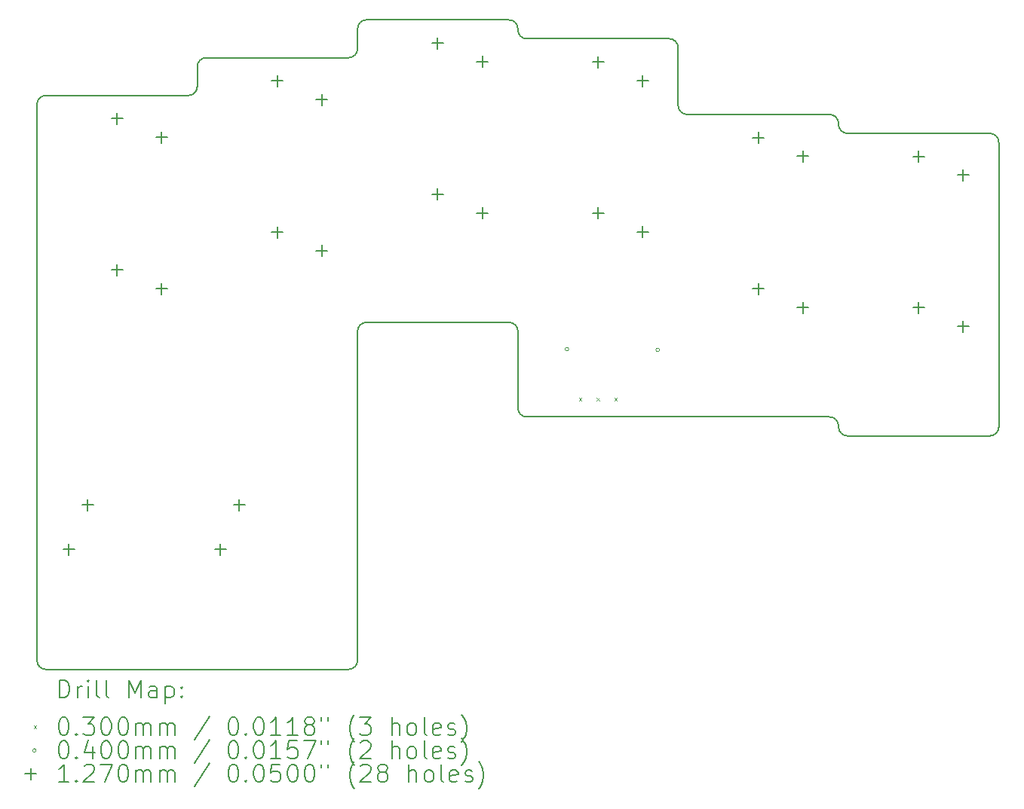
<source format=gbr>
%TF.GenerationSoftware,KiCad,Pcbnew,7.0.8*%
%TF.CreationDate,2024-04-01T22:35:28+01:00*%
%TF.ProjectId,right,72696768-742e-46b6-9963-61645f706362,v1.0.0*%
%TF.SameCoordinates,Original*%
%TF.FileFunction,Drillmap*%
%TF.FilePolarity,Positive*%
%FSLAX45Y45*%
G04 Gerber Fmt 4.5, Leading zero omitted, Abs format (unit mm)*
G04 Created by KiCad (PCBNEW 7.0.8) date 2024-04-01 22:35:28*
%MOMM*%
%LPD*%
G01*
G04 APERTURE LIST*
%ADD10C,0.150000*%
%ADD11C,0.200000*%
%ADD12C,0.030000*%
%ADD13C,0.040000*%
%ADD14C,0.127000*%
G04 APERTURE END LIST*
D10*
X30800000Y-14675000D02*
X32400000Y-14675000D01*
X32500000Y-14575000D02*
X32500000Y-11375000D01*
X30700000Y-14562500D02*
X30700000Y-14575000D01*
X32400000Y-11275000D02*
X30800000Y-11275000D01*
X27200000Y-14462500D02*
X30600000Y-14462500D01*
X30700000Y-11175000D02*
X30700000Y-11162500D01*
X30600000Y-11062500D02*
X29000000Y-11062500D01*
X27100000Y-14362500D02*
X27100000Y-13500000D01*
X28900000Y-10962500D02*
X28900000Y-10312500D01*
X28800000Y-10212500D02*
X27200000Y-10212500D01*
X25400000Y-13400000D02*
X27000000Y-13400000D01*
X27100000Y-10112500D02*
X27100000Y-10100000D01*
X27000000Y-10000000D02*
X25400000Y-10000000D01*
X25300000Y-10100000D02*
X25300000Y-10325000D01*
X25300000Y-17200000D02*
X25300000Y-13500000D01*
X25200000Y-10425000D02*
X23600000Y-10425000D01*
X23500000Y-10525000D02*
X23500000Y-10750000D01*
X21700000Y-17200000D02*
X21700000Y-10950000D01*
X23400000Y-10850000D02*
X21800000Y-10850000D01*
X21800000Y-17300000D02*
X25200000Y-17300000D01*
X32400000Y-14675000D02*
G75*
G03*
X32500000Y-14575000I0J100000D01*
G01*
X32500000Y-11375000D02*
G75*
G03*
X32400000Y-11275000I-100000J0D01*
G01*
X30700000Y-11175000D02*
G75*
G03*
X30800000Y-11275000I100000J0D01*
G01*
X30700000Y-11162500D02*
G75*
G03*
X30600000Y-11062500I-100000J0D01*
G01*
X28900000Y-10962500D02*
G75*
G03*
X29000000Y-11062500I100000J0D01*
G01*
X28900000Y-10312500D02*
G75*
G03*
X28800000Y-10212500I-100000J0D01*
G01*
X27100000Y-10112500D02*
G75*
G03*
X27200000Y-10212500I100000J0D01*
G01*
X27100000Y-10100000D02*
G75*
G03*
X27000000Y-10000000I-100000J0D01*
G01*
X25400000Y-10000000D02*
G75*
G03*
X25300000Y-10100000I0J-100000D01*
G01*
X25200000Y-10425000D02*
G75*
G03*
X25300000Y-10325000I0J100000D01*
G01*
X23600000Y-10425000D02*
G75*
G03*
X23500000Y-10525000I0J-100000D01*
G01*
X23400000Y-10850000D02*
G75*
G03*
X23500000Y-10750000I0J100000D01*
G01*
X21800000Y-10850000D02*
G75*
G03*
X21700000Y-10950000I0J-100000D01*
G01*
X21700000Y-17200000D02*
G75*
G03*
X21800000Y-17300000I100000J0D01*
G01*
X25200000Y-17300000D02*
G75*
G03*
X25300000Y-17200000I0J100000D01*
G01*
X25400000Y-13400000D02*
G75*
G03*
X25300000Y-13500000I0J-100000D01*
G01*
X27100000Y-13500000D02*
G75*
G03*
X27000000Y-13400000I-100000J0D01*
G01*
X27100000Y-14362500D02*
G75*
G03*
X27200000Y-14462500I100000J0D01*
G01*
X30700000Y-14562500D02*
G75*
G03*
X30600000Y-14462500I-100000J0D01*
G01*
X30700000Y-14575000D02*
G75*
G03*
X30800000Y-14675000I100000J0D01*
G01*
D11*
D12*
X27785000Y-14247500D02*
X27815000Y-14277500D01*
X27815000Y-14247500D02*
X27785000Y-14277500D01*
X27985000Y-14247500D02*
X28015000Y-14277500D01*
X28015000Y-14247500D02*
X27985000Y-14277500D01*
X28185000Y-14247500D02*
X28215000Y-14277500D01*
X28215000Y-14247500D02*
X28185000Y-14277500D01*
D13*
X27670000Y-13700000D02*
G75*
G03*
X27670000Y-13700000I-20000J0D01*
G01*
X28690000Y-13710000D02*
G75*
G03*
X28690000Y-13710000I-20000J0D01*
G01*
D14*
X22060000Y-15886500D02*
X22060000Y-16013500D01*
X21996500Y-15950000D02*
X22123500Y-15950000D01*
X22270000Y-15386500D02*
X22270000Y-15513500D01*
X22206500Y-15450000D02*
X22333500Y-15450000D01*
X22600000Y-11046500D02*
X22600000Y-11173500D01*
X22536500Y-11110000D02*
X22663500Y-11110000D01*
X22600000Y-12746500D02*
X22600000Y-12873500D01*
X22536500Y-12810000D02*
X22663500Y-12810000D01*
X23100000Y-11256500D02*
X23100000Y-11383500D01*
X23036500Y-11320000D02*
X23163500Y-11320000D01*
X23100000Y-12956500D02*
X23100000Y-13083500D01*
X23036500Y-13020000D02*
X23163500Y-13020000D01*
X23760000Y-15886500D02*
X23760000Y-16013500D01*
X23696500Y-15950000D02*
X23823500Y-15950000D01*
X23970000Y-15386500D02*
X23970000Y-15513500D01*
X23906500Y-15450000D02*
X24033500Y-15450000D01*
X24400000Y-10621500D02*
X24400000Y-10748500D01*
X24336500Y-10685000D02*
X24463500Y-10685000D01*
X24400000Y-12321500D02*
X24400000Y-12448500D01*
X24336500Y-12385000D02*
X24463500Y-12385000D01*
X24900000Y-10831500D02*
X24900000Y-10958500D01*
X24836500Y-10895000D02*
X24963500Y-10895000D01*
X24900000Y-12531500D02*
X24900000Y-12658500D01*
X24836500Y-12595000D02*
X24963500Y-12595000D01*
X26200000Y-10196500D02*
X26200000Y-10323500D01*
X26136500Y-10260000D02*
X26263500Y-10260000D01*
X26200000Y-11896500D02*
X26200000Y-12023500D01*
X26136500Y-11960000D02*
X26263500Y-11960000D01*
X26700000Y-10406500D02*
X26700000Y-10533500D01*
X26636500Y-10470000D02*
X26763500Y-10470000D01*
X26700000Y-12106500D02*
X26700000Y-12233500D01*
X26636500Y-12170000D02*
X26763500Y-12170000D01*
X28000000Y-10409000D02*
X28000000Y-10536000D01*
X27936500Y-10472500D02*
X28063500Y-10472500D01*
X28000000Y-12109000D02*
X28000000Y-12236000D01*
X27936500Y-12172500D02*
X28063500Y-12172500D01*
X28500000Y-10619000D02*
X28500000Y-10746000D01*
X28436500Y-10682500D02*
X28563500Y-10682500D01*
X28500000Y-12319000D02*
X28500000Y-12446000D01*
X28436500Y-12382500D02*
X28563500Y-12382500D01*
X29800000Y-11259000D02*
X29800000Y-11386000D01*
X29736500Y-11322500D02*
X29863500Y-11322500D01*
X29800000Y-12959000D02*
X29800000Y-13086000D01*
X29736500Y-13022500D02*
X29863500Y-13022500D01*
X30300000Y-11469000D02*
X30300000Y-11596000D01*
X30236500Y-11532500D02*
X30363500Y-11532500D01*
X30300000Y-13169000D02*
X30300000Y-13296000D01*
X30236500Y-13232500D02*
X30363500Y-13232500D01*
X31600000Y-11471500D02*
X31600000Y-11598500D01*
X31536500Y-11535000D02*
X31663500Y-11535000D01*
X31600000Y-13171500D02*
X31600000Y-13298500D01*
X31536500Y-13235000D02*
X31663500Y-13235000D01*
X32100000Y-11681500D02*
X32100000Y-11808500D01*
X32036500Y-11745000D02*
X32163500Y-11745000D01*
X32100000Y-13381500D02*
X32100000Y-13508500D01*
X32036500Y-13445000D02*
X32163500Y-13445000D01*
D11*
X21953277Y-17618984D02*
X21953277Y-17418984D01*
X21953277Y-17418984D02*
X22000896Y-17418984D01*
X22000896Y-17418984D02*
X22029467Y-17428508D01*
X22029467Y-17428508D02*
X22048515Y-17447555D01*
X22048515Y-17447555D02*
X22058039Y-17466603D01*
X22058039Y-17466603D02*
X22067563Y-17504698D01*
X22067563Y-17504698D02*
X22067563Y-17533270D01*
X22067563Y-17533270D02*
X22058039Y-17571365D01*
X22058039Y-17571365D02*
X22048515Y-17590412D01*
X22048515Y-17590412D02*
X22029467Y-17609460D01*
X22029467Y-17609460D02*
X22000896Y-17618984D01*
X22000896Y-17618984D02*
X21953277Y-17618984D01*
X22153277Y-17618984D02*
X22153277Y-17485650D01*
X22153277Y-17523746D02*
X22162801Y-17504698D01*
X22162801Y-17504698D02*
X22172324Y-17495174D01*
X22172324Y-17495174D02*
X22191372Y-17485650D01*
X22191372Y-17485650D02*
X22210420Y-17485650D01*
X22277086Y-17618984D02*
X22277086Y-17485650D01*
X22277086Y-17418984D02*
X22267563Y-17428508D01*
X22267563Y-17428508D02*
X22277086Y-17438031D01*
X22277086Y-17438031D02*
X22286610Y-17428508D01*
X22286610Y-17428508D02*
X22277086Y-17418984D01*
X22277086Y-17418984D02*
X22277086Y-17438031D01*
X22400896Y-17618984D02*
X22381848Y-17609460D01*
X22381848Y-17609460D02*
X22372324Y-17590412D01*
X22372324Y-17590412D02*
X22372324Y-17418984D01*
X22505658Y-17618984D02*
X22486610Y-17609460D01*
X22486610Y-17609460D02*
X22477086Y-17590412D01*
X22477086Y-17590412D02*
X22477086Y-17418984D01*
X22734229Y-17618984D02*
X22734229Y-17418984D01*
X22734229Y-17418984D02*
X22800896Y-17561841D01*
X22800896Y-17561841D02*
X22867562Y-17418984D01*
X22867562Y-17418984D02*
X22867562Y-17618984D01*
X23048515Y-17618984D02*
X23048515Y-17514222D01*
X23048515Y-17514222D02*
X23038991Y-17495174D01*
X23038991Y-17495174D02*
X23019943Y-17485650D01*
X23019943Y-17485650D02*
X22981848Y-17485650D01*
X22981848Y-17485650D02*
X22962801Y-17495174D01*
X23048515Y-17609460D02*
X23029467Y-17618984D01*
X23029467Y-17618984D02*
X22981848Y-17618984D01*
X22981848Y-17618984D02*
X22962801Y-17609460D01*
X22962801Y-17609460D02*
X22953277Y-17590412D01*
X22953277Y-17590412D02*
X22953277Y-17571365D01*
X22953277Y-17571365D02*
X22962801Y-17552317D01*
X22962801Y-17552317D02*
X22981848Y-17542793D01*
X22981848Y-17542793D02*
X23029467Y-17542793D01*
X23029467Y-17542793D02*
X23048515Y-17533270D01*
X23143753Y-17485650D02*
X23143753Y-17685650D01*
X23143753Y-17495174D02*
X23162801Y-17485650D01*
X23162801Y-17485650D02*
X23200896Y-17485650D01*
X23200896Y-17485650D02*
X23219943Y-17495174D01*
X23219943Y-17495174D02*
X23229467Y-17504698D01*
X23229467Y-17504698D02*
X23238991Y-17523746D01*
X23238991Y-17523746D02*
X23238991Y-17580889D01*
X23238991Y-17580889D02*
X23229467Y-17599936D01*
X23229467Y-17599936D02*
X23219943Y-17609460D01*
X23219943Y-17609460D02*
X23200896Y-17618984D01*
X23200896Y-17618984D02*
X23162801Y-17618984D01*
X23162801Y-17618984D02*
X23143753Y-17609460D01*
X23324705Y-17599936D02*
X23334229Y-17609460D01*
X23334229Y-17609460D02*
X23324705Y-17618984D01*
X23324705Y-17618984D02*
X23315182Y-17609460D01*
X23315182Y-17609460D02*
X23324705Y-17599936D01*
X23324705Y-17599936D02*
X23324705Y-17618984D01*
X23324705Y-17495174D02*
X23334229Y-17504698D01*
X23334229Y-17504698D02*
X23324705Y-17514222D01*
X23324705Y-17514222D02*
X23315182Y-17504698D01*
X23315182Y-17504698D02*
X23324705Y-17495174D01*
X23324705Y-17495174D02*
X23324705Y-17514222D01*
D12*
X21662500Y-17932500D02*
X21692500Y-17962500D01*
X21692500Y-17932500D02*
X21662500Y-17962500D01*
D11*
X21991372Y-17838984D02*
X22010420Y-17838984D01*
X22010420Y-17838984D02*
X22029467Y-17848508D01*
X22029467Y-17848508D02*
X22038991Y-17858031D01*
X22038991Y-17858031D02*
X22048515Y-17877079D01*
X22048515Y-17877079D02*
X22058039Y-17915174D01*
X22058039Y-17915174D02*
X22058039Y-17962793D01*
X22058039Y-17962793D02*
X22048515Y-18000889D01*
X22048515Y-18000889D02*
X22038991Y-18019936D01*
X22038991Y-18019936D02*
X22029467Y-18029460D01*
X22029467Y-18029460D02*
X22010420Y-18038984D01*
X22010420Y-18038984D02*
X21991372Y-18038984D01*
X21991372Y-18038984D02*
X21972324Y-18029460D01*
X21972324Y-18029460D02*
X21962801Y-18019936D01*
X21962801Y-18019936D02*
X21953277Y-18000889D01*
X21953277Y-18000889D02*
X21943753Y-17962793D01*
X21943753Y-17962793D02*
X21943753Y-17915174D01*
X21943753Y-17915174D02*
X21953277Y-17877079D01*
X21953277Y-17877079D02*
X21962801Y-17858031D01*
X21962801Y-17858031D02*
X21972324Y-17848508D01*
X21972324Y-17848508D02*
X21991372Y-17838984D01*
X22143753Y-18019936D02*
X22153277Y-18029460D01*
X22153277Y-18029460D02*
X22143753Y-18038984D01*
X22143753Y-18038984D02*
X22134229Y-18029460D01*
X22134229Y-18029460D02*
X22143753Y-18019936D01*
X22143753Y-18019936D02*
X22143753Y-18038984D01*
X22219944Y-17838984D02*
X22343753Y-17838984D01*
X22343753Y-17838984D02*
X22277086Y-17915174D01*
X22277086Y-17915174D02*
X22305658Y-17915174D01*
X22305658Y-17915174D02*
X22324705Y-17924698D01*
X22324705Y-17924698D02*
X22334229Y-17934222D01*
X22334229Y-17934222D02*
X22343753Y-17953270D01*
X22343753Y-17953270D02*
X22343753Y-18000889D01*
X22343753Y-18000889D02*
X22334229Y-18019936D01*
X22334229Y-18019936D02*
X22324705Y-18029460D01*
X22324705Y-18029460D02*
X22305658Y-18038984D01*
X22305658Y-18038984D02*
X22248515Y-18038984D01*
X22248515Y-18038984D02*
X22229467Y-18029460D01*
X22229467Y-18029460D02*
X22219944Y-18019936D01*
X22467562Y-17838984D02*
X22486610Y-17838984D01*
X22486610Y-17838984D02*
X22505658Y-17848508D01*
X22505658Y-17848508D02*
X22515182Y-17858031D01*
X22515182Y-17858031D02*
X22524705Y-17877079D01*
X22524705Y-17877079D02*
X22534229Y-17915174D01*
X22534229Y-17915174D02*
X22534229Y-17962793D01*
X22534229Y-17962793D02*
X22524705Y-18000889D01*
X22524705Y-18000889D02*
X22515182Y-18019936D01*
X22515182Y-18019936D02*
X22505658Y-18029460D01*
X22505658Y-18029460D02*
X22486610Y-18038984D01*
X22486610Y-18038984D02*
X22467562Y-18038984D01*
X22467562Y-18038984D02*
X22448515Y-18029460D01*
X22448515Y-18029460D02*
X22438991Y-18019936D01*
X22438991Y-18019936D02*
X22429467Y-18000889D01*
X22429467Y-18000889D02*
X22419943Y-17962793D01*
X22419943Y-17962793D02*
X22419943Y-17915174D01*
X22419943Y-17915174D02*
X22429467Y-17877079D01*
X22429467Y-17877079D02*
X22438991Y-17858031D01*
X22438991Y-17858031D02*
X22448515Y-17848508D01*
X22448515Y-17848508D02*
X22467562Y-17838984D01*
X22658039Y-17838984D02*
X22677086Y-17838984D01*
X22677086Y-17838984D02*
X22696134Y-17848508D01*
X22696134Y-17848508D02*
X22705658Y-17858031D01*
X22705658Y-17858031D02*
X22715182Y-17877079D01*
X22715182Y-17877079D02*
X22724705Y-17915174D01*
X22724705Y-17915174D02*
X22724705Y-17962793D01*
X22724705Y-17962793D02*
X22715182Y-18000889D01*
X22715182Y-18000889D02*
X22705658Y-18019936D01*
X22705658Y-18019936D02*
X22696134Y-18029460D01*
X22696134Y-18029460D02*
X22677086Y-18038984D01*
X22677086Y-18038984D02*
X22658039Y-18038984D01*
X22658039Y-18038984D02*
X22638991Y-18029460D01*
X22638991Y-18029460D02*
X22629467Y-18019936D01*
X22629467Y-18019936D02*
X22619943Y-18000889D01*
X22619943Y-18000889D02*
X22610420Y-17962793D01*
X22610420Y-17962793D02*
X22610420Y-17915174D01*
X22610420Y-17915174D02*
X22619943Y-17877079D01*
X22619943Y-17877079D02*
X22629467Y-17858031D01*
X22629467Y-17858031D02*
X22638991Y-17848508D01*
X22638991Y-17848508D02*
X22658039Y-17838984D01*
X22810420Y-18038984D02*
X22810420Y-17905650D01*
X22810420Y-17924698D02*
X22819943Y-17915174D01*
X22819943Y-17915174D02*
X22838991Y-17905650D01*
X22838991Y-17905650D02*
X22867563Y-17905650D01*
X22867563Y-17905650D02*
X22886610Y-17915174D01*
X22886610Y-17915174D02*
X22896134Y-17934222D01*
X22896134Y-17934222D02*
X22896134Y-18038984D01*
X22896134Y-17934222D02*
X22905658Y-17915174D01*
X22905658Y-17915174D02*
X22924705Y-17905650D01*
X22924705Y-17905650D02*
X22953277Y-17905650D01*
X22953277Y-17905650D02*
X22972324Y-17915174D01*
X22972324Y-17915174D02*
X22981848Y-17934222D01*
X22981848Y-17934222D02*
X22981848Y-18038984D01*
X23077086Y-18038984D02*
X23077086Y-17905650D01*
X23077086Y-17924698D02*
X23086610Y-17915174D01*
X23086610Y-17915174D02*
X23105658Y-17905650D01*
X23105658Y-17905650D02*
X23134229Y-17905650D01*
X23134229Y-17905650D02*
X23153277Y-17915174D01*
X23153277Y-17915174D02*
X23162801Y-17934222D01*
X23162801Y-17934222D02*
X23162801Y-18038984D01*
X23162801Y-17934222D02*
X23172324Y-17915174D01*
X23172324Y-17915174D02*
X23191372Y-17905650D01*
X23191372Y-17905650D02*
X23219943Y-17905650D01*
X23219943Y-17905650D02*
X23238991Y-17915174D01*
X23238991Y-17915174D02*
X23248515Y-17934222D01*
X23248515Y-17934222D02*
X23248515Y-18038984D01*
X23638991Y-17829460D02*
X23467563Y-18086603D01*
X23896134Y-17838984D02*
X23915182Y-17838984D01*
X23915182Y-17838984D02*
X23934229Y-17848508D01*
X23934229Y-17848508D02*
X23943753Y-17858031D01*
X23943753Y-17858031D02*
X23953277Y-17877079D01*
X23953277Y-17877079D02*
X23962801Y-17915174D01*
X23962801Y-17915174D02*
X23962801Y-17962793D01*
X23962801Y-17962793D02*
X23953277Y-18000889D01*
X23953277Y-18000889D02*
X23943753Y-18019936D01*
X23943753Y-18019936D02*
X23934229Y-18029460D01*
X23934229Y-18029460D02*
X23915182Y-18038984D01*
X23915182Y-18038984D02*
X23896134Y-18038984D01*
X23896134Y-18038984D02*
X23877086Y-18029460D01*
X23877086Y-18029460D02*
X23867563Y-18019936D01*
X23867563Y-18019936D02*
X23858039Y-18000889D01*
X23858039Y-18000889D02*
X23848515Y-17962793D01*
X23848515Y-17962793D02*
X23848515Y-17915174D01*
X23848515Y-17915174D02*
X23858039Y-17877079D01*
X23858039Y-17877079D02*
X23867563Y-17858031D01*
X23867563Y-17858031D02*
X23877086Y-17848508D01*
X23877086Y-17848508D02*
X23896134Y-17838984D01*
X24048515Y-18019936D02*
X24058039Y-18029460D01*
X24058039Y-18029460D02*
X24048515Y-18038984D01*
X24048515Y-18038984D02*
X24038991Y-18029460D01*
X24038991Y-18029460D02*
X24048515Y-18019936D01*
X24048515Y-18019936D02*
X24048515Y-18038984D01*
X24181848Y-17838984D02*
X24200896Y-17838984D01*
X24200896Y-17838984D02*
X24219944Y-17848508D01*
X24219944Y-17848508D02*
X24229467Y-17858031D01*
X24229467Y-17858031D02*
X24238991Y-17877079D01*
X24238991Y-17877079D02*
X24248515Y-17915174D01*
X24248515Y-17915174D02*
X24248515Y-17962793D01*
X24248515Y-17962793D02*
X24238991Y-18000889D01*
X24238991Y-18000889D02*
X24229467Y-18019936D01*
X24229467Y-18019936D02*
X24219944Y-18029460D01*
X24219944Y-18029460D02*
X24200896Y-18038984D01*
X24200896Y-18038984D02*
X24181848Y-18038984D01*
X24181848Y-18038984D02*
X24162801Y-18029460D01*
X24162801Y-18029460D02*
X24153277Y-18019936D01*
X24153277Y-18019936D02*
X24143753Y-18000889D01*
X24143753Y-18000889D02*
X24134229Y-17962793D01*
X24134229Y-17962793D02*
X24134229Y-17915174D01*
X24134229Y-17915174D02*
X24143753Y-17877079D01*
X24143753Y-17877079D02*
X24153277Y-17858031D01*
X24153277Y-17858031D02*
X24162801Y-17848508D01*
X24162801Y-17848508D02*
X24181848Y-17838984D01*
X24438991Y-18038984D02*
X24324706Y-18038984D01*
X24381848Y-18038984D02*
X24381848Y-17838984D01*
X24381848Y-17838984D02*
X24362801Y-17867555D01*
X24362801Y-17867555D02*
X24343753Y-17886603D01*
X24343753Y-17886603D02*
X24324706Y-17896127D01*
X24629467Y-18038984D02*
X24515182Y-18038984D01*
X24572325Y-18038984D02*
X24572325Y-17838984D01*
X24572325Y-17838984D02*
X24553277Y-17867555D01*
X24553277Y-17867555D02*
X24534229Y-17886603D01*
X24534229Y-17886603D02*
X24515182Y-17896127D01*
X24743753Y-17924698D02*
X24724706Y-17915174D01*
X24724706Y-17915174D02*
X24715182Y-17905650D01*
X24715182Y-17905650D02*
X24705658Y-17886603D01*
X24705658Y-17886603D02*
X24705658Y-17877079D01*
X24705658Y-17877079D02*
X24715182Y-17858031D01*
X24715182Y-17858031D02*
X24724706Y-17848508D01*
X24724706Y-17848508D02*
X24743753Y-17838984D01*
X24743753Y-17838984D02*
X24781848Y-17838984D01*
X24781848Y-17838984D02*
X24800896Y-17848508D01*
X24800896Y-17848508D02*
X24810420Y-17858031D01*
X24810420Y-17858031D02*
X24819944Y-17877079D01*
X24819944Y-17877079D02*
X24819944Y-17886603D01*
X24819944Y-17886603D02*
X24810420Y-17905650D01*
X24810420Y-17905650D02*
X24800896Y-17915174D01*
X24800896Y-17915174D02*
X24781848Y-17924698D01*
X24781848Y-17924698D02*
X24743753Y-17924698D01*
X24743753Y-17924698D02*
X24724706Y-17934222D01*
X24724706Y-17934222D02*
X24715182Y-17943746D01*
X24715182Y-17943746D02*
X24705658Y-17962793D01*
X24705658Y-17962793D02*
X24705658Y-18000889D01*
X24705658Y-18000889D02*
X24715182Y-18019936D01*
X24715182Y-18019936D02*
X24724706Y-18029460D01*
X24724706Y-18029460D02*
X24743753Y-18038984D01*
X24743753Y-18038984D02*
X24781848Y-18038984D01*
X24781848Y-18038984D02*
X24800896Y-18029460D01*
X24800896Y-18029460D02*
X24810420Y-18019936D01*
X24810420Y-18019936D02*
X24819944Y-18000889D01*
X24819944Y-18000889D02*
X24819944Y-17962793D01*
X24819944Y-17962793D02*
X24810420Y-17943746D01*
X24810420Y-17943746D02*
X24800896Y-17934222D01*
X24800896Y-17934222D02*
X24781848Y-17924698D01*
X24896134Y-17838984D02*
X24896134Y-17877079D01*
X24972325Y-17838984D02*
X24972325Y-17877079D01*
X25267563Y-18115174D02*
X25258039Y-18105650D01*
X25258039Y-18105650D02*
X25238991Y-18077079D01*
X25238991Y-18077079D02*
X25229468Y-18058031D01*
X25229468Y-18058031D02*
X25219944Y-18029460D01*
X25219944Y-18029460D02*
X25210420Y-17981841D01*
X25210420Y-17981841D02*
X25210420Y-17943746D01*
X25210420Y-17943746D02*
X25219944Y-17896127D01*
X25219944Y-17896127D02*
X25229468Y-17867555D01*
X25229468Y-17867555D02*
X25238991Y-17848508D01*
X25238991Y-17848508D02*
X25258039Y-17819936D01*
X25258039Y-17819936D02*
X25267563Y-17810412D01*
X25324706Y-17838984D02*
X25448515Y-17838984D01*
X25448515Y-17838984D02*
X25381848Y-17915174D01*
X25381848Y-17915174D02*
X25410420Y-17915174D01*
X25410420Y-17915174D02*
X25429468Y-17924698D01*
X25429468Y-17924698D02*
X25438991Y-17934222D01*
X25438991Y-17934222D02*
X25448515Y-17953270D01*
X25448515Y-17953270D02*
X25448515Y-18000889D01*
X25448515Y-18000889D02*
X25438991Y-18019936D01*
X25438991Y-18019936D02*
X25429468Y-18029460D01*
X25429468Y-18029460D02*
X25410420Y-18038984D01*
X25410420Y-18038984D02*
X25353277Y-18038984D01*
X25353277Y-18038984D02*
X25334229Y-18029460D01*
X25334229Y-18029460D02*
X25324706Y-18019936D01*
X25686610Y-18038984D02*
X25686610Y-17838984D01*
X25772325Y-18038984D02*
X25772325Y-17934222D01*
X25772325Y-17934222D02*
X25762801Y-17915174D01*
X25762801Y-17915174D02*
X25743753Y-17905650D01*
X25743753Y-17905650D02*
X25715182Y-17905650D01*
X25715182Y-17905650D02*
X25696134Y-17915174D01*
X25696134Y-17915174D02*
X25686610Y-17924698D01*
X25896134Y-18038984D02*
X25877087Y-18029460D01*
X25877087Y-18029460D02*
X25867563Y-18019936D01*
X25867563Y-18019936D02*
X25858039Y-18000889D01*
X25858039Y-18000889D02*
X25858039Y-17943746D01*
X25858039Y-17943746D02*
X25867563Y-17924698D01*
X25867563Y-17924698D02*
X25877087Y-17915174D01*
X25877087Y-17915174D02*
X25896134Y-17905650D01*
X25896134Y-17905650D02*
X25924706Y-17905650D01*
X25924706Y-17905650D02*
X25943753Y-17915174D01*
X25943753Y-17915174D02*
X25953277Y-17924698D01*
X25953277Y-17924698D02*
X25962801Y-17943746D01*
X25962801Y-17943746D02*
X25962801Y-18000889D01*
X25962801Y-18000889D02*
X25953277Y-18019936D01*
X25953277Y-18019936D02*
X25943753Y-18029460D01*
X25943753Y-18029460D02*
X25924706Y-18038984D01*
X25924706Y-18038984D02*
X25896134Y-18038984D01*
X26077087Y-18038984D02*
X26058039Y-18029460D01*
X26058039Y-18029460D02*
X26048515Y-18010412D01*
X26048515Y-18010412D02*
X26048515Y-17838984D01*
X26229468Y-18029460D02*
X26210420Y-18038984D01*
X26210420Y-18038984D02*
X26172325Y-18038984D01*
X26172325Y-18038984D02*
X26153277Y-18029460D01*
X26153277Y-18029460D02*
X26143753Y-18010412D01*
X26143753Y-18010412D02*
X26143753Y-17934222D01*
X26143753Y-17934222D02*
X26153277Y-17915174D01*
X26153277Y-17915174D02*
X26172325Y-17905650D01*
X26172325Y-17905650D02*
X26210420Y-17905650D01*
X26210420Y-17905650D02*
X26229468Y-17915174D01*
X26229468Y-17915174D02*
X26238991Y-17934222D01*
X26238991Y-17934222D02*
X26238991Y-17953270D01*
X26238991Y-17953270D02*
X26143753Y-17972317D01*
X26315182Y-18029460D02*
X26334230Y-18038984D01*
X26334230Y-18038984D02*
X26372325Y-18038984D01*
X26372325Y-18038984D02*
X26391372Y-18029460D01*
X26391372Y-18029460D02*
X26400896Y-18010412D01*
X26400896Y-18010412D02*
X26400896Y-18000889D01*
X26400896Y-18000889D02*
X26391372Y-17981841D01*
X26391372Y-17981841D02*
X26372325Y-17972317D01*
X26372325Y-17972317D02*
X26343753Y-17972317D01*
X26343753Y-17972317D02*
X26324706Y-17962793D01*
X26324706Y-17962793D02*
X26315182Y-17943746D01*
X26315182Y-17943746D02*
X26315182Y-17934222D01*
X26315182Y-17934222D02*
X26324706Y-17915174D01*
X26324706Y-17915174D02*
X26343753Y-17905650D01*
X26343753Y-17905650D02*
X26372325Y-17905650D01*
X26372325Y-17905650D02*
X26391372Y-17915174D01*
X26467563Y-18115174D02*
X26477087Y-18105650D01*
X26477087Y-18105650D02*
X26496134Y-18077079D01*
X26496134Y-18077079D02*
X26505658Y-18058031D01*
X26505658Y-18058031D02*
X26515182Y-18029460D01*
X26515182Y-18029460D02*
X26524706Y-17981841D01*
X26524706Y-17981841D02*
X26524706Y-17943746D01*
X26524706Y-17943746D02*
X26515182Y-17896127D01*
X26515182Y-17896127D02*
X26505658Y-17867555D01*
X26505658Y-17867555D02*
X26496134Y-17848508D01*
X26496134Y-17848508D02*
X26477087Y-17819936D01*
X26477087Y-17819936D02*
X26467563Y-17810412D01*
D13*
X21692500Y-18211500D02*
G75*
G03*
X21692500Y-18211500I-20000J0D01*
G01*
D11*
X21991372Y-18102984D02*
X22010420Y-18102984D01*
X22010420Y-18102984D02*
X22029467Y-18112508D01*
X22029467Y-18112508D02*
X22038991Y-18122031D01*
X22038991Y-18122031D02*
X22048515Y-18141079D01*
X22048515Y-18141079D02*
X22058039Y-18179174D01*
X22058039Y-18179174D02*
X22058039Y-18226793D01*
X22058039Y-18226793D02*
X22048515Y-18264889D01*
X22048515Y-18264889D02*
X22038991Y-18283936D01*
X22038991Y-18283936D02*
X22029467Y-18293460D01*
X22029467Y-18293460D02*
X22010420Y-18302984D01*
X22010420Y-18302984D02*
X21991372Y-18302984D01*
X21991372Y-18302984D02*
X21972324Y-18293460D01*
X21972324Y-18293460D02*
X21962801Y-18283936D01*
X21962801Y-18283936D02*
X21953277Y-18264889D01*
X21953277Y-18264889D02*
X21943753Y-18226793D01*
X21943753Y-18226793D02*
X21943753Y-18179174D01*
X21943753Y-18179174D02*
X21953277Y-18141079D01*
X21953277Y-18141079D02*
X21962801Y-18122031D01*
X21962801Y-18122031D02*
X21972324Y-18112508D01*
X21972324Y-18112508D02*
X21991372Y-18102984D01*
X22143753Y-18283936D02*
X22153277Y-18293460D01*
X22153277Y-18293460D02*
X22143753Y-18302984D01*
X22143753Y-18302984D02*
X22134229Y-18293460D01*
X22134229Y-18293460D02*
X22143753Y-18283936D01*
X22143753Y-18283936D02*
X22143753Y-18302984D01*
X22324705Y-18169650D02*
X22324705Y-18302984D01*
X22277086Y-18093460D02*
X22229467Y-18236317D01*
X22229467Y-18236317D02*
X22353277Y-18236317D01*
X22467562Y-18102984D02*
X22486610Y-18102984D01*
X22486610Y-18102984D02*
X22505658Y-18112508D01*
X22505658Y-18112508D02*
X22515182Y-18122031D01*
X22515182Y-18122031D02*
X22524705Y-18141079D01*
X22524705Y-18141079D02*
X22534229Y-18179174D01*
X22534229Y-18179174D02*
X22534229Y-18226793D01*
X22534229Y-18226793D02*
X22524705Y-18264889D01*
X22524705Y-18264889D02*
X22515182Y-18283936D01*
X22515182Y-18283936D02*
X22505658Y-18293460D01*
X22505658Y-18293460D02*
X22486610Y-18302984D01*
X22486610Y-18302984D02*
X22467562Y-18302984D01*
X22467562Y-18302984D02*
X22448515Y-18293460D01*
X22448515Y-18293460D02*
X22438991Y-18283936D01*
X22438991Y-18283936D02*
X22429467Y-18264889D01*
X22429467Y-18264889D02*
X22419943Y-18226793D01*
X22419943Y-18226793D02*
X22419943Y-18179174D01*
X22419943Y-18179174D02*
X22429467Y-18141079D01*
X22429467Y-18141079D02*
X22438991Y-18122031D01*
X22438991Y-18122031D02*
X22448515Y-18112508D01*
X22448515Y-18112508D02*
X22467562Y-18102984D01*
X22658039Y-18102984D02*
X22677086Y-18102984D01*
X22677086Y-18102984D02*
X22696134Y-18112508D01*
X22696134Y-18112508D02*
X22705658Y-18122031D01*
X22705658Y-18122031D02*
X22715182Y-18141079D01*
X22715182Y-18141079D02*
X22724705Y-18179174D01*
X22724705Y-18179174D02*
X22724705Y-18226793D01*
X22724705Y-18226793D02*
X22715182Y-18264889D01*
X22715182Y-18264889D02*
X22705658Y-18283936D01*
X22705658Y-18283936D02*
X22696134Y-18293460D01*
X22696134Y-18293460D02*
X22677086Y-18302984D01*
X22677086Y-18302984D02*
X22658039Y-18302984D01*
X22658039Y-18302984D02*
X22638991Y-18293460D01*
X22638991Y-18293460D02*
X22629467Y-18283936D01*
X22629467Y-18283936D02*
X22619943Y-18264889D01*
X22619943Y-18264889D02*
X22610420Y-18226793D01*
X22610420Y-18226793D02*
X22610420Y-18179174D01*
X22610420Y-18179174D02*
X22619943Y-18141079D01*
X22619943Y-18141079D02*
X22629467Y-18122031D01*
X22629467Y-18122031D02*
X22638991Y-18112508D01*
X22638991Y-18112508D02*
X22658039Y-18102984D01*
X22810420Y-18302984D02*
X22810420Y-18169650D01*
X22810420Y-18188698D02*
X22819943Y-18179174D01*
X22819943Y-18179174D02*
X22838991Y-18169650D01*
X22838991Y-18169650D02*
X22867563Y-18169650D01*
X22867563Y-18169650D02*
X22886610Y-18179174D01*
X22886610Y-18179174D02*
X22896134Y-18198222D01*
X22896134Y-18198222D02*
X22896134Y-18302984D01*
X22896134Y-18198222D02*
X22905658Y-18179174D01*
X22905658Y-18179174D02*
X22924705Y-18169650D01*
X22924705Y-18169650D02*
X22953277Y-18169650D01*
X22953277Y-18169650D02*
X22972324Y-18179174D01*
X22972324Y-18179174D02*
X22981848Y-18198222D01*
X22981848Y-18198222D02*
X22981848Y-18302984D01*
X23077086Y-18302984D02*
X23077086Y-18169650D01*
X23077086Y-18188698D02*
X23086610Y-18179174D01*
X23086610Y-18179174D02*
X23105658Y-18169650D01*
X23105658Y-18169650D02*
X23134229Y-18169650D01*
X23134229Y-18169650D02*
X23153277Y-18179174D01*
X23153277Y-18179174D02*
X23162801Y-18198222D01*
X23162801Y-18198222D02*
X23162801Y-18302984D01*
X23162801Y-18198222D02*
X23172324Y-18179174D01*
X23172324Y-18179174D02*
X23191372Y-18169650D01*
X23191372Y-18169650D02*
X23219943Y-18169650D01*
X23219943Y-18169650D02*
X23238991Y-18179174D01*
X23238991Y-18179174D02*
X23248515Y-18198222D01*
X23248515Y-18198222D02*
X23248515Y-18302984D01*
X23638991Y-18093460D02*
X23467563Y-18350603D01*
X23896134Y-18102984D02*
X23915182Y-18102984D01*
X23915182Y-18102984D02*
X23934229Y-18112508D01*
X23934229Y-18112508D02*
X23943753Y-18122031D01*
X23943753Y-18122031D02*
X23953277Y-18141079D01*
X23953277Y-18141079D02*
X23962801Y-18179174D01*
X23962801Y-18179174D02*
X23962801Y-18226793D01*
X23962801Y-18226793D02*
X23953277Y-18264889D01*
X23953277Y-18264889D02*
X23943753Y-18283936D01*
X23943753Y-18283936D02*
X23934229Y-18293460D01*
X23934229Y-18293460D02*
X23915182Y-18302984D01*
X23915182Y-18302984D02*
X23896134Y-18302984D01*
X23896134Y-18302984D02*
X23877086Y-18293460D01*
X23877086Y-18293460D02*
X23867563Y-18283936D01*
X23867563Y-18283936D02*
X23858039Y-18264889D01*
X23858039Y-18264889D02*
X23848515Y-18226793D01*
X23848515Y-18226793D02*
X23848515Y-18179174D01*
X23848515Y-18179174D02*
X23858039Y-18141079D01*
X23858039Y-18141079D02*
X23867563Y-18122031D01*
X23867563Y-18122031D02*
X23877086Y-18112508D01*
X23877086Y-18112508D02*
X23896134Y-18102984D01*
X24048515Y-18283936D02*
X24058039Y-18293460D01*
X24058039Y-18293460D02*
X24048515Y-18302984D01*
X24048515Y-18302984D02*
X24038991Y-18293460D01*
X24038991Y-18293460D02*
X24048515Y-18283936D01*
X24048515Y-18283936D02*
X24048515Y-18302984D01*
X24181848Y-18102984D02*
X24200896Y-18102984D01*
X24200896Y-18102984D02*
X24219944Y-18112508D01*
X24219944Y-18112508D02*
X24229467Y-18122031D01*
X24229467Y-18122031D02*
X24238991Y-18141079D01*
X24238991Y-18141079D02*
X24248515Y-18179174D01*
X24248515Y-18179174D02*
X24248515Y-18226793D01*
X24248515Y-18226793D02*
X24238991Y-18264889D01*
X24238991Y-18264889D02*
X24229467Y-18283936D01*
X24229467Y-18283936D02*
X24219944Y-18293460D01*
X24219944Y-18293460D02*
X24200896Y-18302984D01*
X24200896Y-18302984D02*
X24181848Y-18302984D01*
X24181848Y-18302984D02*
X24162801Y-18293460D01*
X24162801Y-18293460D02*
X24153277Y-18283936D01*
X24153277Y-18283936D02*
X24143753Y-18264889D01*
X24143753Y-18264889D02*
X24134229Y-18226793D01*
X24134229Y-18226793D02*
X24134229Y-18179174D01*
X24134229Y-18179174D02*
X24143753Y-18141079D01*
X24143753Y-18141079D02*
X24153277Y-18122031D01*
X24153277Y-18122031D02*
X24162801Y-18112508D01*
X24162801Y-18112508D02*
X24181848Y-18102984D01*
X24438991Y-18302984D02*
X24324706Y-18302984D01*
X24381848Y-18302984D02*
X24381848Y-18102984D01*
X24381848Y-18102984D02*
X24362801Y-18131555D01*
X24362801Y-18131555D02*
X24343753Y-18150603D01*
X24343753Y-18150603D02*
X24324706Y-18160127D01*
X24619944Y-18102984D02*
X24524706Y-18102984D01*
X24524706Y-18102984D02*
X24515182Y-18198222D01*
X24515182Y-18198222D02*
X24524706Y-18188698D01*
X24524706Y-18188698D02*
X24543753Y-18179174D01*
X24543753Y-18179174D02*
X24591372Y-18179174D01*
X24591372Y-18179174D02*
X24610420Y-18188698D01*
X24610420Y-18188698D02*
X24619944Y-18198222D01*
X24619944Y-18198222D02*
X24629467Y-18217270D01*
X24629467Y-18217270D02*
X24629467Y-18264889D01*
X24629467Y-18264889D02*
X24619944Y-18283936D01*
X24619944Y-18283936D02*
X24610420Y-18293460D01*
X24610420Y-18293460D02*
X24591372Y-18302984D01*
X24591372Y-18302984D02*
X24543753Y-18302984D01*
X24543753Y-18302984D02*
X24524706Y-18293460D01*
X24524706Y-18293460D02*
X24515182Y-18283936D01*
X24696134Y-18102984D02*
X24829467Y-18102984D01*
X24829467Y-18102984D02*
X24743753Y-18302984D01*
X24896134Y-18102984D02*
X24896134Y-18141079D01*
X24972325Y-18102984D02*
X24972325Y-18141079D01*
X25267563Y-18379174D02*
X25258039Y-18369650D01*
X25258039Y-18369650D02*
X25238991Y-18341079D01*
X25238991Y-18341079D02*
X25229468Y-18322031D01*
X25229468Y-18322031D02*
X25219944Y-18293460D01*
X25219944Y-18293460D02*
X25210420Y-18245841D01*
X25210420Y-18245841D02*
X25210420Y-18207746D01*
X25210420Y-18207746D02*
X25219944Y-18160127D01*
X25219944Y-18160127D02*
X25229468Y-18131555D01*
X25229468Y-18131555D02*
X25238991Y-18112508D01*
X25238991Y-18112508D02*
X25258039Y-18083936D01*
X25258039Y-18083936D02*
X25267563Y-18074412D01*
X25334229Y-18122031D02*
X25343753Y-18112508D01*
X25343753Y-18112508D02*
X25362801Y-18102984D01*
X25362801Y-18102984D02*
X25410420Y-18102984D01*
X25410420Y-18102984D02*
X25429468Y-18112508D01*
X25429468Y-18112508D02*
X25438991Y-18122031D01*
X25438991Y-18122031D02*
X25448515Y-18141079D01*
X25448515Y-18141079D02*
X25448515Y-18160127D01*
X25448515Y-18160127D02*
X25438991Y-18188698D01*
X25438991Y-18188698D02*
X25324706Y-18302984D01*
X25324706Y-18302984D02*
X25448515Y-18302984D01*
X25686610Y-18302984D02*
X25686610Y-18102984D01*
X25772325Y-18302984D02*
X25772325Y-18198222D01*
X25772325Y-18198222D02*
X25762801Y-18179174D01*
X25762801Y-18179174D02*
X25743753Y-18169650D01*
X25743753Y-18169650D02*
X25715182Y-18169650D01*
X25715182Y-18169650D02*
X25696134Y-18179174D01*
X25696134Y-18179174D02*
X25686610Y-18188698D01*
X25896134Y-18302984D02*
X25877087Y-18293460D01*
X25877087Y-18293460D02*
X25867563Y-18283936D01*
X25867563Y-18283936D02*
X25858039Y-18264889D01*
X25858039Y-18264889D02*
X25858039Y-18207746D01*
X25858039Y-18207746D02*
X25867563Y-18188698D01*
X25867563Y-18188698D02*
X25877087Y-18179174D01*
X25877087Y-18179174D02*
X25896134Y-18169650D01*
X25896134Y-18169650D02*
X25924706Y-18169650D01*
X25924706Y-18169650D02*
X25943753Y-18179174D01*
X25943753Y-18179174D02*
X25953277Y-18188698D01*
X25953277Y-18188698D02*
X25962801Y-18207746D01*
X25962801Y-18207746D02*
X25962801Y-18264889D01*
X25962801Y-18264889D02*
X25953277Y-18283936D01*
X25953277Y-18283936D02*
X25943753Y-18293460D01*
X25943753Y-18293460D02*
X25924706Y-18302984D01*
X25924706Y-18302984D02*
X25896134Y-18302984D01*
X26077087Y-18302984D02*
X26058039Y-18293460D01*
X26058039Y-18293460D02*
X26048515Y-18274412D01*
X26048515Y-18274412D02*
X26048515Y-18102984D01*
X26229468Y-18293460D02*
X26210420Y-18302984D01*
X26210420Y-18302984D02*
X26172325Y-18302984D01*
X26172325Y-18302984D02*
X26153277Y-18293460D01*
X26153277Y-18293460D02*
X26143753Y-18274412D01*
X26143753Y-18274412D02*
X26143753Y-18198222D01*
X26143753Y-18198222D02*
X26153277Y-18179174D01*
X26153277Y-18179174D02*
X26172325Y-18169650D01*
X26172325Y-18169650D02*
X26210420Y-18169650D01*
X26210420Y-18169650D02*
X26229468Y-18179174D01*
X26229468Y-18179174D02*
X26238991Y-18198222D01*
X26238991Y-18198222D02*
X26238991Y-18217270D01*
X26238991Y-18217270D02*
X26143753Y-18236317D01*
X26315182Y-18293460D02*
X26334230Y-18302984D01*
X26334230Y-18302984D02*
X26372325Y-18302984D01*
X26372325Y-18302984D02*
X26391372Y-18293460D01*
X26391372Y-18293460D02*
X26400896Y-18274412D01*
X26400896Y-18274412D02*
X26400896Y-18264889D01*
X26400896Y-18264889D02*
X26391372Y-18245841D01*
X26391372Y-18245841D02*
X26372325Y-18236317D01*
X26372325Y-18236317D02*
X26343753Y-18236317D01*
X26343753Y-18236317D02*
X26324706Y-18226793D01*
X26324706Y-18226793D02*
X26315182Y-18207746D01*
X26315182Y-18207746D02*
X26315182Y-18198222D01*
X26315182Y-18198222D02*
X26324706Y-18179174D01*
X26324706Y-18179174D02*
X26343753Y-18169650D01*
X26343753Y-18169650D02*
X26372325Y-18169650D01*
X26372325Y-18169650D02*
X26391372Y-18179174D01*
X26467563Y-18379174D02*
X26477087Y-18369650D01*
X26477087Y-18369650D02*
X26496134Y-18341079D01*
X26496134Y-18341079D02*
X26505658Y-18322031D01*
X26505658Y-18322031D02*
X26515182Y-18293460D01*
X26515182Y-18293460D02*
X26524706Y-18245841D01*
X26524706Y-18245841D02*
X26524706Y-18207746D01*
X26524706Y-18207746D02*
X26515182Y-18160127D01*
X26515182Y-18160127D02*
X26505658Y-18131555D01*
X26505658Y-18131555D02*
X26496134Y-18112508D01*
X26496134Y-18112508D02*
X26477087Y-18083936D01*
X26477087Y-18083936D02*
X26467563Y-18074412D01*
D14*
X21629000Y-18412000D02*
X21629000Y-18539000D01*
X21565500Y-18475500D02*
X21692500Y-18475500D01*
D11*
X22058039Y-18566984D02*
X21943753Y-18566984D01*
X22000896Y-18566984D02*
X22000896Y-18366984D01*
X22000896Y-18366984D02*
X21981848Y-18395555D01*
X21981848Y-18395555D02*
X21962801Y-18414603D01*
X21962801Y-18414603D02*
X21943753Y-18424127D01*
X22143753Y-18547936D02*
X22153277Y-18557460D01*
X22153277Y-18557460D02*
X22143753Y-18566984D01*
X22143753Y-18566984D02*
X22134229Y-18557460D01*
X22134229Y-18557460D02*
X22143753Y-18547936D01*
X22143753Y-18547936D02*
X22143753Y-18566984D01*
X22229467Y-18386031D02*
X22238991Y-18376508D01*
X22238991Y-18376508D02*
X22258039Y-18366984D01*
X22258039Y-18366984D02*
X22305658Y-18366984D01*
X22305658Y-18366984D02*
X22324705Y-18376508D01*
X22324705Y-18376508D02*
X22334229Y-18386031D01*
X22334229Y-18386031D02*
X22343753Y-18405079D01*
X22343753Y-18405079D02*
X22343753Y-18424127D01*
X22343753Y-18424127D02*
X22334229Y-18452698D01*
X22334229Y-18452698D02*
X22219944Y-18566984D01*
X22219944Y-18566984D02*
X22343753Y-18566984D01*
X22410420Y-18366984D02*
X22543753Y-18366984D01*
X22543753Y-18366984D02*
X22458039Y-18566984D01*
X22658039Y-18366984D02*
X22677086Y-18366984D01*
X22677086Y-18366984D02*
X22696134Y-18376508D01*
X22696134Y-18376508D02*
X22705658Y-18386031D01*
X22705658Y-18386031D02*
X22715182Y-18405079D01*
X22715182Y-18405079D02*
X22724705Y-18443174D01*
X22724705Y-18443174D02*
X22724705Y-18490793D01*
X22724705Y-18490793D02*
X22715182Y-18528889D01*
X22715182Y-18528889D02*
X22705658Y-18547936D01*
X22705658Y-18547936D02*
X22696134Y-18557460D01*
X22696134Y-18557460D02*
X22677086Y-18566984D01*
X22677086Y-18566984D02*
X22658039Y-18566984D01*
X22658039Y-18566984D02*
X22638991Y-18557460D01*
X22638991Y-18557460D02*
X22629467Y-18547936D01*
X22629467Y-18547936D02*
X22619943Y-18528889D01*
X22619943Y-18528889D02*
X22610420Y-18490793D01*
X22610420Y-18490793D02*
X22610420Y-18443174D01*
X22610420Y-18443174D02*
X22619943Y-18405079D01*
X22619943Y-18405079D02*
X22629467Y-18386031D01*
X22629467Y-18386031D02*
X22638991Y-18376508D01*
X22638991Y-18376508D02*
X22658039Y-18366984D01*
X22810420Y-18566984D02*
X22810420Y-18433650D01*
X22810420Y-18452698D02*
X22819943Y-18443174D01*
X22819943Y-18443174D02*
X22838991Y-18433650D01*
X22838991Y-18433650D02*
X22867563Y-18433650D01*
X22867563Y-18433650D02*
X22886610Y-18443174D01*
X22886610Y-18443174D02*
X22896134Y-18462222D01*
X22896134Y-18462222D02*
X22896134Y-18566984D01*
X22896134Y-18462222D02*
X22905658Y-18443174D01*
X22905658Y-18443174D02*
X22924705Y-18433650D01*
X22924705Y-18433650D02*
X22953277Y-18433650D01*
X22953277Y-18433650D02*
X22972324Y-18443174D01*
X22972324Y-18443174D02*
X22981848Y-18462222D01*
X22981848Y-18462222D02*
X22981848Y-18566984D01*
X23077086Y-18566984D02*
X23077086Y-18433650D01*
X23077086Y-18452698D02*
X23086610Y-18443174D01*
X23086610Y-18443174D02*
X23105658Y-18433650D01*
X23105658Y-18433650D02*
X23134229Y-18433650D01*
X23134229Y-18433650D02*
X23153277Y-18443174D01*
X23153277Y-18443174D02*
X23162801Y-18462222D01*
X23162801Y-18462222D02*
X23162801Y-18566984D01*
X23162801Y-18462222D02*
X23172324Y-18443174D01*
X23172324Y-18443174D02*
X23191372Y-18433650D01*
X23191372Y-18433650D02*
X23219943Y-18433650D01*
X23219943Y-18433650D02*
X23238991Y-18443174D01*
X23238991Y-18443174D02*
X23248515Y-18462222D01*
X23248515Y-18462222D02*
X23248515Y-18566984D01*
X23638991Y-18357460D02*
X23467563Y-18614603D01*
X23896134Y-18366984D02*
X23915182Y-18366984D01*
X23915182Y-18366984D02*
X23934229Y-18376508D01*
X23934229Y-18376508D02*
X23943753Y-18386031D01*
X23943753Y-18386031D02*
X23953277Y-18405079D01*
X23953277Y-18405079D02*
X23962801Y-18443174D01*
X23962801Y-18443174D02*
X23962801Y-18490793D01*
X23962801Y-18490793D02*
X23953277Y-18528889D01*
X23953277Y-18528889D02*
X23943753Y-18547936D01*
X23943753Y-18547936D02*
X23934229Y-18557460D01*
X23934229Y-18557460D02*
X23915182Y-18566984D01*
X23915182Y-18566984D02*
X23896134Y-18566984D01*
X23896134Y-18566984D02*
X23877086Y-18557460D01*
X23877086Y-18557460D02*
X23867563Y-18547936D01*
X23867563Y-18547936D02*
X23858039Y-18528889D01*
X23858039Y-18528889D02*
X23848515Y-18490793D01*
X23848515Y-18490793D02*
X23848515Y-18443174D01*
X23848515Y-18443174D02*
X23858039Y-18405079D01*
X23858039Y-18405079D02*
X23867563Y-18386031D01*
X23867563Y-18386031D02*
X23877086Y-18376508D01*
X23877086Y-18376508D02*
X23896134Y-18366984D01*
X24048515Y-18547936D02*
X24058039Y-18557460D01*
X24058039Y-18557460D02*
X24048515Y-18566984D01*
X24048515Y-18566984D02*
X24038991Y-18557460D01*
X24038991Y-18557460D02*
X24048515Y-18547936D01*
X24048515Y-18547936D02*
X24048515Y-18566984D01*
X24181848Y-18366984D02*
X24200896Y-18366984D01*
X24200896Y-18366984D02*
X24219944Y-18376508D01*
X24219944Y-18376508D02*
X24229467Y-18386031D01*
X24229467Y-18386031D02*
X24238991Y-18405079D01*
X24238991Y-18405079D02*
X24248515Y-18443174D01*
X24248515Y-18443174D02*
X24248515Y-18490793D01*
X24248515Y-18490793D02*
X24238991Y-18528889D01*
X24238991Y-18528889D02*
X24229467Y-18547936D01*
X24229467Y-18547936D02*
X24219944Y-18557460D01*
X24219944Y-18557460D02*
X24200896Y-18566984D01*
X24200896Y-18566984D02*
X24181848Y-18566984D01*
X24181848Y-18566984D02*
X24162801Y-18557460D01*
X24162801Y-18557460D02*
X24153277Y-18547936D01*
X24153277Y-18547936D02*
X24143753Y-18528889D01*
X24143753Y-18528889D02*
X24134229Y-18490793D01*
X24134229Y-18490793D02*
X24134229Y-18443174D01*
X24134229Y-18443174D02*
X24143753Y-18405079D01*
X24143753Y-18405079D02*
X24153277Y-18386031D01*
X24153277Y-18386031D02*
X24162801Y-18376508D01*
X24162801Y-18376508D02*
X24181848Y-18366984D01*
X24429467Y-18366984D02*
X24334229Y-18366984D01*
X24334229Y-18366984D02*
X24324706Y-18462222D01*
X24324706Y-18462222D02*
X24334229Y-18452698D01*
X24334229Y-18452698D02*
X24353277Y-18443174D01*
X24353277Y-18443174D02*
X24400896Y-18443174D01*
X24400896Y-18443174D02*
X24419944Y-18452698D01*
X24419944Y-18452698D02*
X24429467Y-18462222D01*
X24429467Y-18462222D02*
X24438991Y-18481270D01*
X24438991Y-18481270D02*
X24438991Y-18528889D01*
X24438991Y-18528889D02*
X24429467Y-18547936D01*
X24429467Y-18547936D02*
X24419944Y-18557460D01*
X24419944Y-18557460D02*
X24400896Y-18566984D01*
X24400896Y-18566984D02*
X24353277Y-18566984D01*
X24353277Y-18566984D02*
X24334229Y-18557460D01*
X24334229Y-18557460D02*
X24324706Y-18547936D01*
X24562801Y-18366984D02*
X24581848Y-18366984D01*
X24581848Y-18366984D02*
X24600896Y-18376508D01*
X24600896Y-18376508D02*
X24610420Y-18386031D01*
X24610420Y-18386031D02*
X24619944Y-18405079D01*
X24619944Y-18405079D02*
X24629467Y-18443174D01*
X24629467Y-18443174D02*
X24629467Y-18490793D01*
X24629467Y-18490793D02*
X24619944Y-18528889D01*
X24619944Y-18528889D02*
X24610420Y-18547936D01*
X24610420Y-18547936D02*
X24600896Y-18557460D01*
X24600896Y-18557460D02*
X24581848Y-18566984D01*
X24581848Y-18566984D02*
X24562801Y-18566984D01*
X24562801Y-18566984D02*
X24543753Y-18557460D01*
X24543753Y-18557460D02*
X24534229Y-18547936D01*
X24534229Y-18547936D02*
X24524706Y-18528889D01*
X24524706Y-18528889D02*
X24515182Y-18490793D01*
X24515182Y-18490793D02*
X24515182Y-18443174D01*
X24515182Y-18443174D02*
X24524706Y-18405079D01*
X24524706Y-18405079D02*
X24534229Y-18386031D01*
X24534229Y-18386031D02*
X24543753Y-18376508D01*
X24543753Y-18376508D02*
X24562801Y-18366984D01*
X24753277Y-18366984D02*
X24772325Y-18366984D01*
X24772325Y-18366984D02*
X24791372Y-18376508D01*
X24791372Y-18376508D02*
X24800896Y-18386031D01*
X24800896Y-18386031D02*
X24810420Y-18405079D01*
X24810420Y-18405079D02*
X24819944Y-18443174D01*
X24819944Y-18443174D02*
X24819944Y-18490793D01*
X24819944Y-18490793D02*
X24810420Y-18528889D01*
X24810420Y-18528889D02*
X24800896Y-18547936D01*
X24800896Y-18547936D02*
X24791372Y-18557460D01*
X24791372Y-18557460D02*
X24772325Y-18566984D01*
X24772325Y-18566984D02*
X24753277Y-18566984D01*
X24753277Y-18566984D02*
X24734229Y-18557460D01*
X24734229Y-18557460D02*
X24724706Y-18547936D01*
X24724706Y-18547936D02*
X24715182Y-18528889D01*
X24715182Y-18528889D02*
X24705658Y-18490793D01*
X24705658Y-18490793D02*
X24705658Y-18443174D01*
X24705658Y-18443174D02*
X24715182Y-18405079D01*
X24715182Y-18405079D02*
X24724706Y-18386031D01*
X24724706Y-18386031D02*
X24734229Y-18376508D01*
X24734229Y-18376508D02*
X24753277Y-18366984D01*
X24896134Y-18366984D02*
X24896134Y-18405079D01*
X24972325Y-18366984D02*
X24972325Y-18405079D01*
X25267563Y-18643174D02*
X25258039Y-18633650D01*
X25258039Y-18633650D02*
X25238991Y-18605079D01*
X25238991Y-18605079D02*
X25229468Y-18586031D01*
X25229468Y-18586031D02*
X25219944Y-18557460D01*
X25219944Y-18557460D02*
X25210420Y-18509841D01*
X25210420Y-18509841D02*
X25210420Y-18471746D01*
X25210420Y-18471746D02*
X25219944Y-18424127D01*
X25219944Y-18424127D02*
X25229468Y-18395555D01*
X25229468Y-18395555D02*
X25238991Y-18376508D01*
X25238991Y-18376508D02*
X25258039Y-18347936D01*
X25258039Y-18347936D02*
X25267563Y-18338412D01*
X25334229Y-18386031D02*
X25343753Y-18376508D01*
X25343753Y-18376508D02*
X25362801Y-18366984D01*
X25362801Y-18366984D02*
X25410420Y-18366984D01*
X25410420Y-18366984D02*
X25429468Y-18376508D01*
X25429468Y-18376508D02*
X25438991Y-18386031D01*
X25438991Y-18386031D02*
X25448515Y-18405079D01*
X25448515Y-18405079D02*
X25448515Y-18424127D01*
X25448515Y-18424127D02*
X25438991Y-18452698D01*
X25438991Y-18452698D02*
X25324706Y-18566984D01*
X25324706Y-18566984D02*
X25448515Y-18566984D01*
X25562801Y-18452698D02*
X25543753Y-18443174D01*
X25543753Y-18443174D02*
X25534229Y-18433650D01*
X25534229Y-18433650D02*
X25524706Y-18414603D01*
X25524706Y-18414603D02*
X25524706Y-18405079D01*
X25524706Y-18405079D02*
X25534229Y-18386031D01*
X25534229Y-18386031D02*
X25543753Y-18376508D01*
X25543753Y-18376508D02*
X25562801Y-18366984D01*
X25562801Y-18366984D02*
X25600896Y-18366984D01*
X25600896Y-18366984D02*
X25619944Y-18376508D01*
X25619944Y-18376508D02*
X25629468Y-18386031D01*
X25629468Y-18386031D02*
X25638991Y-18405079D01*
X25638991Y-18405079D02*
X25638991Y-18414603D01*
X25638991Y-18414603D02*
X25629468Y-18433650D01*
X25629468Y-18433650D02*
X25619944Y-18443174D01*
X25619944Y-18443174D02*
X25600896Y-18452698D01*
X25600896Y-18452698D02*
X25562801Y-18452698D01*
X25562801Y-18452698D02*
X25543753Y-18462222D01*
X25543753Y-18462222D02*
X25534229Y-18471746D01*
X25534229Y-18471746D02*
X25524706Y-18490793D01*
X25524706Y-18490793D02*
X25524706Y-18528889D01*
X25524706Y-18528889D02*
X25534229Y-18547936D01*
X25534229Y-18547936D02*
X25543753Y-18557460D01*
X25543753Y-18557460D02*
X25562801Y-18566984D01*
X25562801Y-18566984D02*
X25600896Y-18566984D01*
X25600896Y-18566984D02*
X25619944Y-18557460D01*
X25619944Y-18557460D02*
X25629468Y-18547936D01*
X25629468Y-18547936D02*
X25638991Y-18528889D01*
X25638991Y-18528889D02*
X25638991Y-18490793D01*
X25638991Y-18490793D02*
X25629468Y-18471746D01*
X25629468Y-18471746D02*
X25619944Y-18462222D01*
X25619944Y-18462222D02*
X25600896Y-18452698D01*
X25877087Y-18566984D02*
X25877087Y-18366984D01*
X25962801Y-18566984D02*
X25962801Y-18462222D01*
X25962801Y-18462222D02*
X25953277Y-18443174D01*
X25953277Y-18443174D02*
X25934230Y-18433650D01*
X25934230Y-18433650D02*
X25905658Y-18433650D01*
X25905658Y-18433650D02*
X25886610Y-18443174D01*
X25886610Y-18443174D02*
X25877087Y-18452698D01*
X26086610Y-18566984D02*
X26067563Y-18557460D01*
X26067563Y-18557460D02*
X26058039Y-18547936D01*
X26058039Y-18547936D02*
X26048515Y-18528889D01*
X26048515Y-18528889D02*
X26048515Y-18471746D01*
X26048515Y-18471746D02*
X26058039Y-18452698D01*
X26058039Y-18452698D02*
X26067563Y-18443174D01*
X26067563Y-18443174D02*
X26086610Y-18433650D01*
X26086610Y-18433650D02*
X26115182Y-18433650D01*
X26115182Y-18433650D02*
X26134230Y-18443174D01*
X26134230Y-18443174D02*
X26143753Y-18452698D01*
X26143753Y-18452698D02*
X26153277Y-18471746D01*
X26153277Y-18471746D02*
X26153277Y-18528889D01*
X26153277Y-18528889D02*
X26143753Y-18547936D01*
X26143753Y-18547936D02*
X26134230Y-18557460D01*
X26134230Y-18557460D02*
X26115182Y-18566984D01*
X26115182Y-18566984D02*
X26086610Y-18566984D01*
X26267563Y-18566984D02*
X26248515Y-18557460D01*
X26248515Y-18557460D02*
X26238991Y-18538412D01*
X26238991Y-18538412D02*
X26238991Y-18366984D01*
X26419944Y-18557460D02*
X26400896Y-18566984D01*
X26400896Y-18566984D02*
X26362801Y-18566984D01*
X26362801Y-18566984D02*
X26343753Y-18557460D01*
X26343753Y-18557460D02*
X26334230Y-18538412D01*
X26334230Y-18538412D02*
X26334230Y-18462222D01*
X26334230Y-18462222D02*
X26343753Y-18443174D01*
X26343753Y-18443174D02*
X26362801Y-18433650D01*
X26362801Y-18433650D02*
X26400896Y-18433650D01*
X26400896Y-18433650D02*
X26419944Y-18443174D01*
X26419944Y-18443174D02*
X26429468Y-18462222D01*
X26429468Y-18462222D02*
X26429468Y-18481270D01*
X26429468Y-18481270D02*
X26334230Y-18500317D01*
X26505658Y-18557460D02*
X26524706Y-18566984D01*
X26524706Y-18566984D02*
X26562801Y-18566984D01*
X26562801Y-18566984D02*
X26581849Y-18557460D01*
X26581849Y-18557460D02*
X26591372Y-18538412D01*
X26591372Y-18538412D02*
X26591372Y-18528889D01*
X26591372Y-18528889D02*
X26581849Y-18509841D01*
X26581849Y-18509841D02*
X26562801Y-18500317D01*
X26562801Y-18500317D02*
X26534230Y-18500317D01*
X26534230Y-18500317D02*
X26515182Y-18490793D01*
X26515182Y-18490793D02*
X26505658Y-18471746D01*
X26505658Y-18471746D02*
X26505658Y-18462222D01*
X26505658Y-18462222D02*
X26515182Y-18443174D01*
X26515182Y-18443174D02*
X26534230Y-18433650D01*
X26534230Y-18433650D02*
X26562801Y-18433650D01*
X26562801Y-18433650D02*
X26581849Y-18443174D01*
X26658039Y-18643174D02*
X26667563Y-18633650D01*
X26667563Y-18633650D02*
X26686611Y-18605079D01*
X26686611Y-18605079D02*
X26696134Y-18586031D01*
X26696134Y-18586031D02*
X26705658Y-18557460D01*
X26705658Y-18557460D02*
X26715182Y-18509841D01*
X26715182Y-18509841D02*
X26715182Y-18471746D01*
X26715182Y-18471746D02*
X26705658Y-18424127D01*
X26705658Y-18424127D02*
X26696134Y-18395555D01*
X26696134Y-18395555D02*
X26686611Y-18376508D01*
X26686611Y-18376508D02*
X26667563Y-18347936D01*
X26667563Y-18347936D02*
X26658039Y-18338412D01*
M02*

</source>
